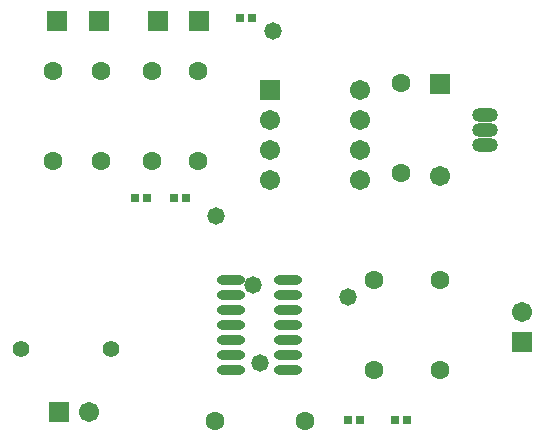
<source format=gts>
%FSLAX25Y25*%
%MOIN*%
G70*
G01*
G75*
G04 Layer_Color=8388736*
%ADD10C,0.02500*%
%ADD11R,0.05906X0.05906*%
%ADD12O,0.08661X0.02362*%
%ADD13R,0.02362X0.01969*%
%ADD14C,0.01000*%
%ADD15C,0.05512*%
%ADD16C,0.04724*%
%ADD17O,0.07874X0.03937*%
%ADD18O,0.07874X0.03937*%
%ADD19R,0.05906X0.05906*%
%ADD20C,0.05906*%
%ADD21C,0.05000*%
%ADD22C,0.00787*%
%ADD23C,0.00984*%
%ADD24C,0.02362*%
%ADD25R,0.07874X0.03150*%
%ADD26R,0.06706X0.06706*%
%ADD27O,0.09461X0.03162*%
%ADD28R,0.03162X0.02769*%
%ADD29C,0.06312*%
%ADD30C,0.05524*%
%ADD31O,0.08674X0.04737*%
%ADD32O,0.08674X0.04737*%
%ADD33R,0.06706X0.06706*%
%ADD34C,0.06706*%
%ADD35C,0.05800*%
D26*
X162610Y242500D02*
D03*
X176390D02*
D03*
X142807D02*
D03*
X129028D02*
D03*
X200000Y219500D02*
D03*
X129500Y112000D02*
D03*
D27*
X205949Y126000D02*
D03*
Y131000D02*
D03*
Y136000D02*
D03*
Y141000D02*
D03*
Y146000D02*
D03*
Y151000D02*
D03*
Y156000D02*
D03*
X187051Y126000D02*
D03*
Y131000D02*
D03*
Y136000D02*
D03*
Y141000D02*
D03*
Y146000D02*
D03*
Y151000D02*
D03*
Y156000D02*
D03*
D28*
X241532Y109500D02*
D03*
X245469D02*
D03*
X229969D02*
D03*
X226031D02*
D03*
X158969Y183181D02*
D03*
X155031D02*
D03*
X168032D02*
D03*
X171969D02*
D03*
X190032Y243500D02*
D03*
X193969D02*
D03*
D29*
X243500Y191551D02*
D03*
Y221551D02*
D03*
X176000Y195551D02*
D03*
Y225551D02*
D03*
X160500D02*
D03*
Y195551D02*
D03*
X127500Y225551D02*
D03*
Y195551D02*
D03*
X143500D02*
D03*
Y225551D02*
D03*
X211500Y109000D02*
D03*
X181500D02*
D03*
X256500Y126000D02*
D03*
Y156000D02*
D03*
X234500D02*
D03*
Y126000D02*
D03*
D30*
X147000Y133000D02*
D03*
X117000D02*
D03*
D31*
X271500Y211000D02*
D03*
Y201000D02*
D03*
D32*
Y206000D02*
D03*
D33*
X256500Y221354D02*
D03*
X284000Y135500D02*
D03*
D34*
X256500Y190646D02*
D03*
X230000Y189500D02*
D03*
Y199500D02*
D03*
Y209500D02*
D03*
Y219500D02*
D03*
X200000Y189500D02*
D03*
Y199500D02*
D03*
Y209500D02*
D03*
X284000Y145500D02*
D03*
X139500Y112000D02*
D03*
D35*
X196500Y128500D02*
D03*
X182000Y177200D02*
D03*
X194100Y154300D02*
D03*
X226031Y150400D02*
D03*
X201000Y239000D02*
D03*
M02*

</source>
